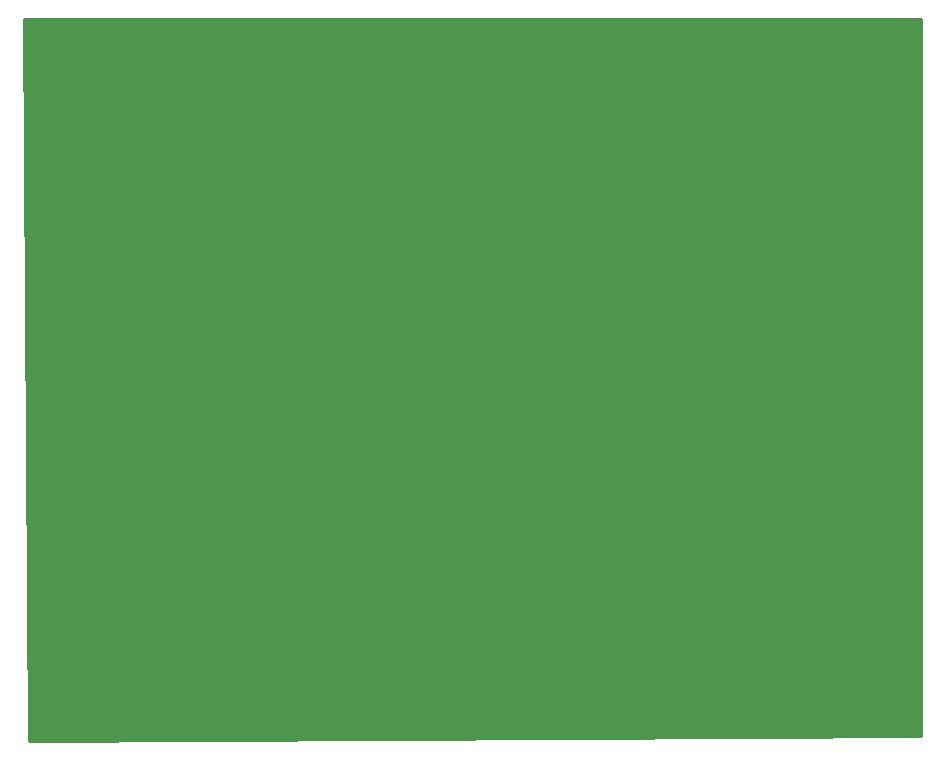
<source format=gm1>
G04 #@! TF.GenerationSoftware,KiCad,Pcbnew,(5.0.1)-3*
G04 #@! TF.CreationDate,2019-01-09T08:56:28+01:00*
G04 #@! TF.ProjectId,P300_HiVolt,503330305F4869566F6C742E6B696361,rev?*
G04 #@! TF.SameCoordinates,Original*
G04 #@! TF.FileFunction,Profile,NP*
%FSLAX46Y46*%
G04 Gerber Fmt 4.6, Leading zero omitted, Abs format (unit mm)*
G04 Created by KiCad (PCBNEW (5.0.1)-3) date 09.01.2019 08:56:28*
%MOMM*%
%LPD*%
G01*
G04 APERTURE LIST*
%ADD10C,0.254000*%
G04 APERTURE END LIST*
D10*
G36*
X158623000Y-115443719D02*
X83126068Y-115872282D01*
X82677935Y-54737000D01*
X158623000Y-54737000D01*
X158623000Y-115443719D01*
X158623000Y-115443719D01*
G37*
X158623000Y-115443719D02*
X83126068Y-115872282D01*
X82677935Y-54737000D01*
X158623000Y-54737000D01*
X158623000Y-115443719D01*
M02*

</source>
